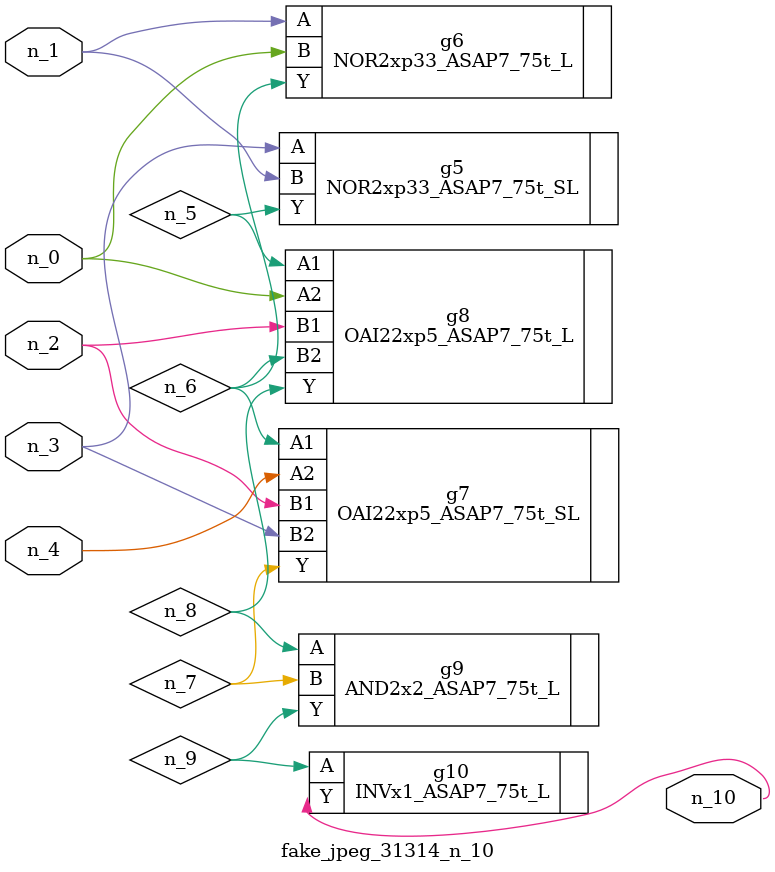
<source format=v>
module fake_jpeg_31314_n_10 (n_3, n_2, n_1, n_0, n_4, n_10);

input n_3;
input n_2;
input n_1;
input n_0;
input n_4;

output n_10;

wire n_8;
wire n_9;
wire n_6;
wire n_5;
wire n_7;

NOR2xp33_ASAP7_75t_SL g5 ( 
.A(n_3),
.B(n_1),
.Y(n_5)
);

NOR2xp33_ASAP7_75t_L g6 ( 
.A(n_1),
.B(n_0),
.Y(n_6)
);

OAI22xp5_ASAP7_75t_SL g7 ( 
.A1(n_6),
.A2(n_4),
.B1(n_2),
.B2(n_3),
.Y(n_7)
);

OAI22xp5_ASAP7_75t_L g8 ( 
.A1(n_5),
.A2(n_0),
.B1(n_2),
.B2(n_6),
.Y(n_8)
);

AND2x2_ASAP7_75t_L g9 ( 
.A(n_8),
.B(n_7),
.Y(n_9)
);

INVx1_ASAP7_75t_L g10 ( 
.A(n_9),
.Y(n_10)
);


endmodule
</source>
